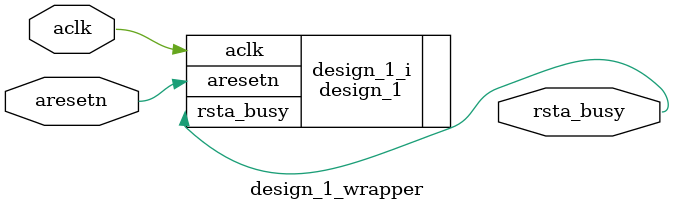
<source format=v>
`timescale 1 ps / 1 ps

module design_1_wrapper
   (aclk,
    aresetn,
    rsta_busy);
  input aclk;
  input aresetn;
  output rsta_busy;

  wire aclk;
  wire aresetn;
  wire rsta_busy;

  design_1 design_1_i
       (.aclk(aclk),
        .aresetn(aresetn),
        .rsta_busy(rsta_busy));
endmodule

</source>
